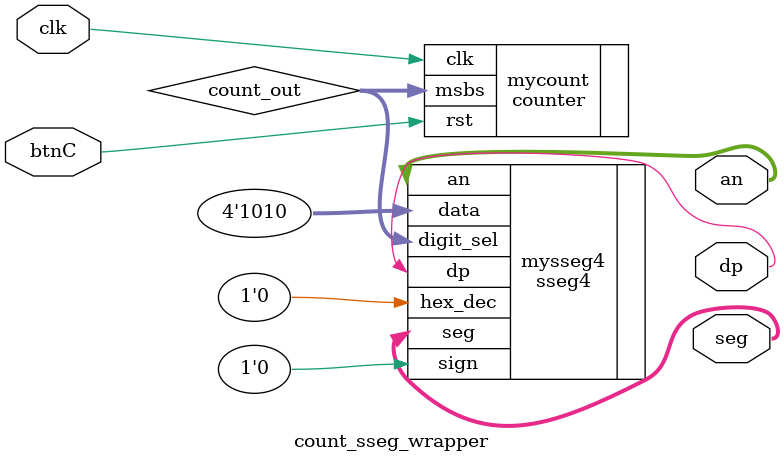
<source format=sv>
`timescale 1ns / 1ps


module count_sseg_wrapper(
    input clk,
    input btnC,
    output [6:0] seg,
    output dp,
    output [3:0] an
    );
    
    wire[1:0] count_out;
    
    counter mycount(
    .clk(clk),
    .rst(btnC),
    .msbs(count_out));
    
    sseg4 mysseg4(
    .data(4'hA),
    .sign(1'b0),
    .hex_dec(1'b0),
    .digit_sel(count_out),
    .seg(seg),
    .an(an),
    .dp(dp));
    
endmodule

</source>
